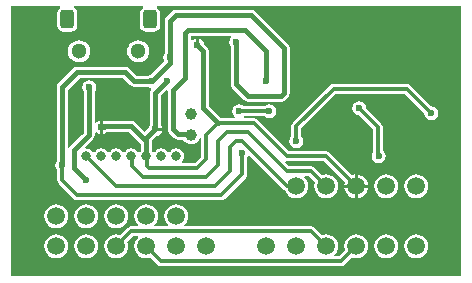
<source format=gbl>
G04*
G04 #@! TF.GenerationSoftware,Altium Limited,Altium Designer,20.2.7 (254)*
G04*
G04 Layer_Physical_Order=2*
G04 Layer_Color=16711680*
%FSLAX44Y44*%
%MOMM*%
G71*
G04*
G04 #@! TF.SameCoordinates,A1B70DDC-6B92-404E-A971-D8F3348E60A3*
G04*
G04*
G04 #@! TF.FilePolarity,Positive*
G04*
G01*
G75*
%ADD29C,0.4000*%
%ADD30C,1.0000*%
%ADD31C,0.8000*%
%ADD32C,1.5000*%
G04:AMPARAMS|DCode=33|XSize=1.2mm|YSize=1.6mm|CornerRadius=0.3mm|HoleSize=0mm|Usage=FLASHONLY|Rotation=180.000|XOffset=0mm|YOffset=0mm|HoleType=Round|Shape=RoundedRectangle|*
%AMROUNDEDRECTD33*
21,1,1.2000,1.0000,0,0,180.0*
21,1,0.6000,1.6000,0,0,180.0*
1,1,0.6000,-0.3000,0.5000*
1,1,0.6000,0.3000,0.5000*
1,1,0.6000,0.3000,-0.5000*
1,1,0.6000,-0.3000,-0.5000*
%
%ADD33ROUNDEDRECTD33*%
%ADD34C,1.3000*%
%ADD35C,1.4000*%
%ADD36C,0.6000*%
%ADD37C,0.3000*%
G36*
X381000Y0D02*
X0D01*
Y228600D01*
X41272D01*
X41657Y227330D01*
X40406Y226494D01*
X39181Y224662D01*
X38751Y222500D01*
Y212500D01*
X39181Y210338D01*
X40406Y208506D01*
X42238Y207281D01*
X44400Y206852D01*
X50400D01*
X52562Y207281D01*
X54394Y208506D01*
X55619Y210338D01*
X56048Y212500D01*
Y222500D01*
X55619Y224662D01*
X54394Y226494D01*
X53143Y227330D01*
X53528Y228600D01*
X111272D01*
X111657Y227330D01*
X110406Y226494D01*
X109181Y224662D01*
X108751Y222500D01*
Y212500D01*
X109181Y210338D01*
X110406Y208506D01*
X112238Y207281D01*
X114400Y206852D01*
X120400D01*
X122562Y207281D01*
X124394Y208506D01*
X125619Y210338D01*
X126048Y212500D01*
Y222500D01*
X125619Y224662D01*
X124394Y226494D01*
X123143Y227330D01*
X123528Y228600D01*
X381000D01*
Y0D01*
D02*
G37*
%LPC*%
G36*
X203200Y225609D02*
X203200Y225609D01*
X139700D01*
X139700Y225609D01*
X137929Y225257D01*
X136427Y224253D01*
X136427Y224253D01*
X131347Y219173D01*
X130343Y217671D01*
X129991Y215900D01*
X129991Y215900D01*
Y188914D01*
X129166Y187679D01*
X128717Y185420D01*
X129166Y183161D01*
X129858Y182125D01*
X118577Y170844D01*
X117121Y170554D01*
X115886Y169729D01*
X106058D01*
X99793Y175993D01*
X98292Y176997D01*
X96520Y177349D01*
X96520Y177349D01*
X55880D01*
X55880Y177349D01*
X54109Y176997D01*
X52607Y175993D01*
X52607Y175993D01*
X39907Y163293D01*
X38903Y161791D01*
X38551Y160020D01*
X38551Y160020D01*
Y97474D01*
X37726Y96239D01*
X37277Y93980D01*
X37726Y91721D01*
X39006Y89806D01*
X39061Y89769D01*
Y81280D01*
X39374Y79704D01*
X40267Y78367D01*
X52967Y65667D01*
X54304Y64774D01*
X55880Y64461D01*
X177800D01*
X179376Y64774D01*
X180713Y65667D01*
X198493Y83447D01*
X199386Y84784D01*
X199699Y86360D01*
Y99929D01*
X199754Y99966D01*
X200831Y101577D01*
X202246Y101958D01*
X230917Y73287D01*
X231916Y72620D01*
X232530Y71137D01*
X234139Y69039D01*
X236237Y67430D01*
X238679Y66418D01*
X241300Y66073D01*
X243921Y66418D01*
X246363Y67430D01*
X248461Y69039D01*
X250070Y71137D01*
X251082Y73579D01*
X251427Y76200D01*
X251082Y78821D01*
X250070Y81263D01*
X248461Y83361D01*
X248177Y83578D01*
X248585Y84781D01*
X252294D01*
X257309Y79765D01*
X256918Y78821D01*
X256573Y76200D01*
X256918Y73579D01*
X257930Y71137D01*
X259539Y69039D01*
X261637Y67430D01*
X264079Y66418D01*
X266700Y66073D01*
X269321Y66418D01*
X271763Y67430D01*
X273861Y69039D01*
X275470Y71137D01*
X276482Y73579D01*
X276827Y76200D01*
X276482Y78821D01*
X275470Y81263D01*
X273861Y83361D01*
X271763Y84970D01*
X269321Y85982D01*
X266700Y86327D01*
X264079Y85982D01*
X263135Y85590D01*
X256913Y91813D01*
X255576Y92706D01*
X254000Y93019D01*
X235386D01*
X231857Y96549D01*
X232482Y97719D01*
X233680Y97481D01*
X264994D01*
X282710Y79765D01*
X282318Y78821D01*
X282141Y77470D01*
X290830D01*
Y86159D01*
X289479Y85982D01*
X288535Y85590D01*
X269613Y104513D01*
X268276Y105406D01*
X266700Y105719D01*
X235386D01*
X208653Y132453D01*
X207316Y133346D01*
X205740Y133659D01*
X197042D01*
X196636Y134900D01*
X197305Y135581D01*
X214229D01*
X214266Y135526D01*
X216181Y134246D01*
X218440Y133797D01*
X220699Y134246D01*
X222614Y135526D01*
X223894Y137441D01*
X224343Y139700D01*
X223894Y141959D01*
X222614Y143874D01*
X220699Y145154D01*
X218440Y145603D01*
X216181Y145154D01*
X214266Y143874D01*
X214229Y143819D01*
X197251D01*
X197214Y143874D01*
X195299Y145154D01*
X193040Y145603D01*
X190781Y145154D01*
X188866Y143874D01*
X187586Y141959D01*
X187137Y139700D01*
X187586Y137441D01*
X188866Y135526D01*
X189758Y134929D01*
X189373Y133659D01*
X177687D01*
X167189Y144157D01*
Y190697D01*
X167189Y190697D01*
X166837Y192468D01*
X165833Y193970D01*
X165833Y193970D01*
X163175Y196628D01*
X162934Y197839D01*
X161654Y199754D01*
X159739Y201034D01*
X158750Y201231D01*
Y195580D01*
X156210D01*
Y201231D01*
X155221Y201034D01*
X153306Y199754D01*
X153219Y199625D01*
X151949Y200010D01*
Y203651D01*
X186070D01*
X186455Y202381D01*
X186326Y202294D01*
X185046Y200379D01*
X184597Y198120D01*
X185046Y195861D01*
X185871Y194626D01*
Y162560D01*
X185871Y162560D01*
X186223Y160789D01*
X187227Y159287D01*
X197387Y149127D01*
X197387Y149127D01*
X198889Y148123D01*
X200660Y147771D01*
X228797D01*
X228797Y147771D01*
X230568Y148123D01*
X232070Y149127D01*
X234413Y151470D01*
X234413Y151470D01*
X235417Y152972D01*
X235769Y154743D01*
Y193040D01*
X235769Y193040D01*
X235417Y194811D01*
X234413Y196313D01*
X234413Y196313D01*
X206473Y224253D01*
X204971Y225257D01*
X203200Y225609D01*
D02*
G37*
G36*
X107400Y199870D02*
X104975Y199551D01*
X102715Y198615D01*
X100774Y197126D01*
X99285Y195185D01*
X98349Y192925D01*
X98030Y190500D01*
X98349Y188075D01*
X99285Y185815D01*
X100774Y183874D01*
X102715Y182385D01*
X104975Y181449D01*
X107400Y181130D01*
X109825Y181449D01*
X112085Y182385D01*
X114026Y183874D01*
X115515Y185815D01*
X116451Y188075D01*
X116770Y190500D01*
X116451Y192925D01*
X115515Y195185D01*
X114026Y197126D01*
X112085Y198615D01*
X109825Y199551D01*
X107400Y199870D01*
D02*
G37*
G36*
X57400D02*
X54975Y199551D01*
X52715Y198615D01*
X50774Y197126D01*
X49285Y195185D01*
X48349Y192925D01*
X48030Y190500D01*
X48349Y188075D01*
X49285Y185815D01*
X50774Y183874D01*
X52715Y182385D01*
X54975Y181449D01*
X57400Y181130D01*
X59825Y181449D01*
X62085Y182385D01*
X64026Y183874D01*
X65515Y185815D01*
X66451Y188075D01*
X66770Y190500D01*
X66451Y192925D01*
X65515Y195185D01*
X64026Y197126D01*
X62085Y198615D01*
X59825Y199551D01*
X57400Y199870D01*
D02*
G37*
G36*
X335007Y162869D02*
X273050D01*
X271474Y162556D01*
X270137Y161663D01*
X238387Y129913D01*
X237494Y128576D01*
X237181Y127000D01*
Y118511D01*
X237126Y118474D01*
X235846Y116559D01*
X235397Y114300D01*
X235846Y112041D01*
X237126Y110126D01*
X239041Y108846D01*
X241300Y108397D01*
X243559Y108846D01*
X245474Y110126D01*
X246754Y112041D01*
X247203Y114300D01*
X246754Y116559D01*
X245474Y118474D01*
X245419Y118511D01*
Y125294D01*
X274756Y154631D01*
X333301D01*
X349710Y138222D01*
X349697Y138157D01*
X350146Y135898D01*
X351426Y133982D01*
X353341Y132703D01*
X355600Y132253D01*
X357859Y132703D01*
X359774Y133982D01*
X361054Y135898D01*
X361503Y138157D01*
X361054Y140416D01*
X359774Y142331D01*
X357859Y143611D01*
X355600Y144060D01*
X355535Y144047D01*
X337920Y161663D01*
X336583Y162556D01*
X335007Y162869D01*
D02*
G37*
G36*
X294640Y148143D02*
X292381Y147694D01*
X290466Y146414D01*
X289186Y144499D01*
X288737Y142240D01*
X289186Y139981D01*
X290466Y138066D01*
X292381Y136786D01*
X294640Y136337D01*
X294705Y136349D01*
X306361Y124693D01*
Y104855D01*
X305696Y103859D01*
X305247Y101600D01*
X305696Y99341D01*
X306976Y97426D01*
X308891Y96146D01*
X311150Y95697D01*
X313409Y96146D01*
X315324Y97426D01*
X316604Y99341D01*
X317053Y101600D01*
X316604Y103859D01*
X315324Y105774D01*
X314599Y106259D01*
Y126400D01*
X314286Y127976D01*
X313393Y129312D01*
X300530Y142175D01*
X300543Y142240D01*
X300094Y144499D01*
X298814Y146414D01*
X296899Y147694D01*
X294640Y148143D01*
D02*
G37*
G36*
X293370Y86159D02*
Y77470D01*
X302059D01*
X301882Y78821D01*
X300870Y81263D01*
X299261Y83361D01*
X297163Y84970D01*
X294721Y85982D01*
X293370Y86159D01*
D02*
G37*
G36*
X302059Y74930D02*
X293370D01*
Y66241D01*
X294721Y66418D01*
X297163Y67430D01*
X299261Y69039D01*
X300870Y71137D01*
X301882Y73579D01*
X302059Y74930D01*
D02*
G37*
G36*
X290830D02*
X282141D01*
X282318Y73579D01*
X283330Y71137D01*
X284939Y69039D01*
X287037Y67430D01*
X289479Y66418D01*
X290830Y66241D01*
Y74930D01*
D02*
G37*
G36*
X342900Y86327D02*
X340279Y85982D01*
X337837Y84970D01*
X335739Y83361D01*
X334130Y81263D01*
X333118Y78821D01*
X332773Y76200D01*
X333118Y73579D01*
X334130Y71137D01*
X335739Y69039D01*
X337837Y67430D01*
X340279Y66418D01*
X342900Y66073D01*
X345521Y66418D01*
X347963Y67430D01*
X350061Y69039D01*
X351670Y71137D01*
X352682Y73579D01*
X353027Y76200D01*
X352682Y78821D01*
X351670Y81263D01*
X350061Y83361D01*
X347963Y84970D01*
X345521Y85982D01*
X342900Y86327D01*
D02*
G37*
G36*
X317500D02*
X314879Y85982D01*
X312437Y84970D01*
X310339Y83361D01*
X308730Y81263D01*
X307718Y78821D01*
X307373Y76200D01*
X307718Y73579D01*
X308730Y71137D01*
X310339Y69039D01*
X312437Y67430D01*
X314879Y66418D01*
X317500Y66073D01*
X320121Y66418D01*
X322563Y67430D01*
X324661Y69039D01*
X326270Y71137D01*
X327282Y73579D01*
X327627Y76200D01*
X327282Y78821D01*
X326270Y81263D01*
X324661Y83361D01*
X322563Y84970D01*
X320121Y85982D01*
X317500Y86327D01*
D02*
G37*
G36*
X139700Y60927D02*
X137079Y60582D01*
X134637Y59570D01*
X132539Y57961D01*
X130930Y55863D01*
X129918Y53421D01*
X129573Y50800D01*
X129918Y48179D01*
X130930Y45737D01*
X132539Y43639D01*
X132823Y43422D01*
X132415Y42219D01*
X121585D01*
X121177Y43422D01*
X121461Y43639D01*
X123070Y45737D01*
X124082Y48179D01*
X124427Y50800D01*
X124082Y53421D01*
X123070Y55863D01*
X121461Y57961D01*
X119363Y59570D01*
X116921Y60582D01*
X114300Y60927D01*
X111679Y60582D01*
X109237Y59570D01*
X107139Y57961D01*
X105530Y55863D01*
X104518Y53421D01*
X104173Y50800D01*
X104518Y48179D01*
X105530Y45737D01*
X107139Y43639D01*
X107423Y43422D01*
X107015Y42219D01*
X101600D01*
X100024Y41906D01*
X98687Y41013D01*
X92465Y34790D01*
X91521Y35182D01*
X88900Y35527D01*
X86279Y35182D01*
X83837Y34170D01*
X81739Y32561D01*
X80130Y30463D01*
X79118Y28021D01*
X78773Y25400D01*
X79118Y22779D01*
X80130Y20337D01*
X81739Y18239D01*
X83837Y16630D01*
X86279Y15618D01*
X88900Y15273D01*
X91521Y15618D01*
X93963Y16630D01*
X96061Y18239D01*
X97670Y20337D01*
X98682Y22779D01*
X99027Y25400D01*
X98682Y28021D01*
X98291Y28965D01*
X103306Y33981D01*
X107015D01*
X107423Y32778D01*
X107139Y32561D01*
X105530Y30463D01*
X104518Y28021D01*
X104173Y25400D01*
X104518Y22779D01*
X105530Y20337D01*
X107139Y18239D01*
X109237Y16630D01*
X111679Y15618D01*
X114300Y15273D01*
X116921Y15618D01*
X117865Y16010D01*
X124087Y9787D01*
X125424Y8894D01*
X127000Y8581D01*
X279400D01*
X280976Y8894D01*
X282313Y9787D01*
X288535Y16010D01*
X289479Y15618D01*
X292100Y15273D01*
X294721Y15618D01*
X297163Y16630D01*
X299261Y18239D01*
X300870Y20337D01*
X301882Y22779D01*
X302227Y25400D01*
X301882Y28021D01*
X300870Y30463D01*
X299261Y32561D01*
X297163Y34170D01*
X294721Y35182D01*
X292100Y35527D01*
X289479Y35182D01*
X287037Y34170D01*
X284939Y32561D01*
X283330Y30463D01*
X282318Y28021D01*
X281973Y25400D01*
X282318Y22779D01*
X282710Y21835D01*
X277694Y16819D01*
X273985D01*
X273577Y18022D01*
X273861Y18239D01*
X275470Y20337D01*
X276482Y22779D01*
X276827Y25400D01*
X276482Y28021D01*
X275470Y30463D01*
X273861Y32561D01*
X271763Y34170D01*
X269321Y35182D01*
X266700Y35527D01*
X264079Y35182D01*
X263135Y34790D01*
X256913Y41013D01*
X255576Y41906D01*
X254000Y42219D01*
X146985D01*
X146577Y43422D01*
X146861Y43639D01*
X148470Y45737D01*
X149482Y48179D01*
X149827Y50800D01*
X149482Y53421D01*
X148470Y55863D01*
X146861Y57961D01*
X144763Y59570D01*
X142321Y60582D01*
X139700Y60927D01*
D02*
G37*
G36*
X88900D02*
X86279Y60582D01*
X83837Y59570D01*
X81739Y57961D01*
X80130Y55863D01*
X79118Y53421D01*
X78773Y50800D01*
X79118Y48179D01*
X80130Y45737D01*
X81739Y43639D01*
X83837Y42030D01*
X86279Y41018D01*
X88900Y40673D01*
X91521Y41018D01*
X93963Y42030D01*
X96061Y43639D01*
X97670Y45737D01*
X98682Y48179D01*
X99027Y50800D01*
X98682Y53421D01*
X97670Y55863D01*
X96061Y57961D01*
X93963Y59570D01*
X91521Y60582D01*
X88900Y60927D01*
D02*
G37*
G36*
X63500D02*
X60879Y60582D01*
X58437Y59570D01*
X56339Y57961D01*
X54730Y55863D01*
X53718Y53421D01*
X53373Y50800D01*
X53718Y48179D01*
X54730Y45737D01*
X56339Y43639D01*
X58437Y42030D01*
X60879Y41018D01*
X63500Y40673D01*
X66121Y41018D01*
X68563Y42030D01*
X70661Y43639D01*
X72270Y45737D01*
X73282Y48179D01*
X73627Y50800D01*
X73282Y53421D01*
X72270Y55863D01*
X70661Y57961D01*
X68563Y59570D01*
X66121Y60582D01*
X63500Y60927D01*
D02*
G37*
G36*
X38100D02*
X35479Y60582D01*
X33037Y59570D01*
X30939Y57961D01*
X29330Y55863D01*
X28318Y53421D01*
X27973Y50800D01*
X28318Y48179D01*
X29330Y45737D01*
X30939Y43639D01*
X33037Y42030D01*
X35479Y41018D01*
X38100Y40673D01*
X40721Y41018D01*
X43163Y42030D01*
X45261Y43639D01*
X46870Y45737D01*
X47882Y48179D01*
X48227Y50800D01*
X47882Y53421D01*
X46870Y55863D01*
X45261Y57961D01*
X43163Y59570D01*
X40721Y60582D01*
X38100Y60927D01*
D02*
G37*
G36*
X342900Y35527D02*
X340279Y35182D01*
X337837Y34170D01*
X335739Y32561D01*
X334130Y30463D01*
X333118Y28021D01*
X332773Y25400D01*
X333118Y22779D01*
X334130Y20337D01*
X335739Y18239D01*
X337837Y16630D01*
X340279Y15618D01*
X342900Y15273D01*
X345521Y15618D01*
X347963Y16630D01*
X350061Y18239D01*
X351670Y20337D01*
X352682Y22779D01*
X353027Y25400D01*
X352682Y28021D01*
X351670Y30463D01*
X350061Y32561D01*
X347963Y34170D01*
X345521Y35182D01*
X342900Y35527D01*
D02*
G37*
G36*
X317500D02*
X314879Y35182D01*
X312437Y34170D01*
X310339Y32561D01*
X308730Y30463D01*
X307718Y28021D01*
X307373Y25400D01*
X307718Y22779D01*
X308730Y20337D01*
X310339Y18239D01*
X312437Y16630D01*
X314879Y15618D01*
X317500Y15273D01*
X320121Y15618D01*
X322563Y16630D01*
X324661Y18239D01*
X326270Y20337D01*
X327282Y22779D01*
X327627Y25400D01*
X327282Y28021D01*
X326270Y30463D01*
X324661Y32561D01*
X322563Y34170D01*
X320121Y35182D01*
X317500Y35527D01*
D02*
G37*
G36*
X63500D02*
X60879Y35182D01*
X58437Y34170D01*
X56339Y32561D01*
X54730Y30463D01*
X53718Y28021D01*
X53373Y25400D01*
X53718Y22779D01*
X54730Y20337D01*
X56339Y18239D01*
X58437Y16630D01*
X60879Y15618D01*
X63500Y15273D01*
X66121Y15618D01*
X68563Y16630D01*
X70661Y18239D01*
X72270Y20337D01*
X73282Y22779D01*
X73627Y25400D01*
X73282Y28021D01*
X72270Y30463D01*
X70661Y32561D01*
X68563Y34170D01*
X66121Y35182D01*
X63500Y35527D01*
D02*
G37*
G36*
X38100D02*
X35479Y35182D01*
X33037Y34170D01*
X30939Y32561D01*
X29330Y30463D01*
X28318Y28021D01*
X27973Y25400D01*
X28318Y22779D01*
X29330Y20337D01*
X30939Y18239D01*
X33037Y16630D01*
X35479Y15618D01*
X38100Y15273D01*
X40721Y15618D01*
X43163Y16630D01*
X45261Y18239D01*
X46870Y20337D01*
X47882Y22779D01*
X48227Y25400D01*
X47882Y28021D01*
X46870Y30463D01*
X45261Y32561D01*
X43163Y34170D01*
X40721Y35182D01*
X38100Y35527D01*
D02*
G37*
%LPD*%
G36*
X100867Y161827D02*
X102369Y160823D01*
X104140Y160471D01*
X104140Y160471D01*
X115886D01*
X117121Y159646D01*
X118091Y159453D01*
X118450Y158652D01*
X118549Y158067D01*
X117643Y156711D01*
X117291Y154940D01*
X117291Y154940D01*
Y127954D01*
X116466Y126719D01*
X116176Y125262D01*
X113030Y122116D01*
X104873Y130273D01*
X103371Y131277D01*
X101600Y131629D01*
X101600Y131629D01*
X78878D01*
X78878Y131629D01*
X78455Y131545D01*
X77470Y131741D01*
Y126090D01*
Y120439D01*
X78459Y120636D01*
X80374Y121916D01*
X80679Y122371D01*
X99683D01*
X109671Y112383D01*
Y106292D01*
X109636Y106264D01*
X108652Y104983D01*
X107971Y104893D01*
X107929D01*
X107248Y104983D01*
X106264Y106264D01*
X104898Y107313D01*
X103307Y107972D01*
X101600Y108196D01*
X99893Y107972D01*
X98302Y107313D01*
X96936Y106264D01*
X95952Y104983D01*
X95271Y104893D01*
X95230D01*
X94548Y104983D01*
X93564Y106264D01*
X92198Y107313D01*
X90607Y107972D01*
X88900Y108196D01*
X87193Y107972D01*
X85602Y107313D01*
X84236Y106264D01*
X83252Y104983D01*
X82570Y104893D01*
X82529D01*
X81848Y104983D01*
X80864Y106264D01*
X79498Y107313D01*
X77907Y107972D01*
X76200Y108196D01*
X74493Y107972D01*
X72902Y107313D01*
X71536Y106264D01*
X70552Y104983D01*
X69871Y104893D01*
X69830D01*
X69148Y104983D01*
X68164Y106264D01*
X66798Y107313D01*
X65207Y107972D01*
X63500Y108196D01*
X63153Y108151D01*
X62560Y109354D01*
X66576Y113370D01*
X66576Y113370D01*
X69313Y116107D01*
X69313Y116107D01*
X70317Y117609D01*
X70669Y119380D01*
X70669Y119380D01*
Y121660D01*
X71939Y122045D01*
X72026Y121916D01*
X73941Y120636D01*
X74930Y120439D01*
Y126090D01*
Y131741D01*
X73941Y131544D01*
X72026Y130264D01*
X71939Y130135D01*
X70669Y130520D01*
Y156526D01*
X71494Y157761D01*
X71943Y160020D01*
X71494Y162279D01*
X70214Y164194D01*
X68299Y165474D01*
X66040Y165923D01*
X63781Y165474D01*
X61866Y164194D01*
X60586Y162279D01*
X60137Y160020D01*
X60586Y157761D01*
X61411Y156526D01*
Y121297D01*
X60030Y119916D01*
X60030Y119916D01*
X60030Y119916D01*
X50067Y109953D01*
X49063Y108451D01*
X47809Y108655D01*
Y158103D01*
X57797Y168091D01*
X94603D01*
X100867Y161827D01*
D02*
G37*
G36*
X131879Y157631D02*
X132531Y157209D01*
Y124460D01*
X132531Y124460D01*
X132883Y122689D01*
X133887Y121187D01*
X138127Y116947D01*
X138127Y116947D01*
X139629Y115943D01*
X141400Y115591D01*
X145808D01*
X145814Y115577D01*
X147022Y114002D01*
X148597Y112794D01*
X150432Y112034D01*
X152400Y111775D01*
X154368Y112034D01*
X156202Y112794D01*
X157778Y114002D01*
X158986Y115577D01*
X159746Y117412D01*
X160981Y117204D01*
Y100766D01*
X155774Y95559D01*
X144657D01*
X144226Y96829D01*
X144364Y96936D01*
X145413Y98302D01*
X146072Y99893D01*
X146296Y101600D01*
X146072Y103307D01*
X145413Y104898D01*
X144364Y106264D01*
X142998Y107313D01*
X141407Y107972D01*
X139700Y108196D01*
X137993Y107972D01*
X136402Y107313D01*
X135036Y106264D01*
X134052Y104983D01*
X133371Y104893D01*
X133329D01*
X132648Y104983D01*
X131664Y106264D01*
X130298Y107313D01*
X128707Y107972D01*
X127000Y108196D01*
X125293Y107972D01*
X123702Y107313D01*
X122336Y106264D01*
X121352Y104983D01*
X120670Y104893D01*
X120630D01*
X119948Y104983D01*
X118964Y106264D01*
X118929Y106292D01*
Y114300D01*
X118929Y114300D01*
X118929Y114300D01*
Y114923D01*
X122723Y118716D01*
X124179Y119006D01*
X126094Y120286D01*
X127374Y122201D01*
X127571Y123190D01*
X121920D01*
Y125730D01*
X127571D01*
X127374Y126719D01*
X126549Y127954D01*
Y153023D01*
X131293Y157767D01*
X131879Y157631D01*
D02*
G37*
D29*
X53340Y91440D02*
X63500Y81280D01*
X53340Y91440D02*
Y106680D01*
X43180Y160020D02*
X55880Y172720D01*
X43180Y93980D02*
Y160020D01*
X63303Y116643D02*
X63303D01*
X66040Y119380D02*
Y160020D01*
X63303Y116643D02*
X66040Y119380D01*
X53340Y106680D02*
X63303Y116643D01*
X121920Y154940D02*
X132080Y165100D01*
X121920Y124460D02*
Y154940D01*
X151560Y120220D02*
X152400Y119380D01*
X141400Y120220D02*
X151560D01*
X137160Y124460D02*
Y157480D01*
Y124460D02*
X141400Y120220D01*
X137160Y157480D02*
X147320Y167640D01*
X200660Y152400D02*
X228797D01*
X203200Y220980D02*
X231140Y193040D01*
Y154743D02*
Y193040D01*
X228797Y152400D02*
X231140Y154743D01*
X134620Y185420D02*
Y215900D01*
X139700Y220980D02*
X203200D01*
X134620Y215900D02*
X139700Y220980D01*
X198120Y208280D02*
X215900Y190500D01*
Y165100D02*
Y190500D01*
X147320Y205937D02*
X149663Y208280D01*
X147320Y167640D02*
Y205937D01*
X149663Y208280D02*
X198120D01*
X190500Y162560D02*
Y198120D01*
Y162560D02*
X200660Y152400D01*
X157480Y195580D02*
X157677D01*
X162560Y190697D01*
X114300Y116840D02*
X121920Y124460D01*
X114300Y114300D02*
Y116840D01*
X101600Y127000D02*
X114300Y114300D01*
X78878Y127000D02*
X101600D01*
X76200Y126090D02*
X76678Y126568D01*
X78446D02*
X78878Y127000D01*
X76678Y126568D02*
X78446D01*
X55880Y172720D02*
X96520D01*
X104140Y165100D02*
X119380D01*
X96520Y172720D02*
X104140Y165100D01*
X134620Y180340D02*
Y185420D01*
X119380Y165100D02*
X134620Y180340D01*
X162560Y142240D02*
Y190697D01*
Y142240D02*
X175260Y129540D01*
X114300Y101600D02*
Y114300D01*
D30*
X152400Y119380D02*
D03*
Y137160D02*
D03*
D31*
X139700Y101600D02*
D03*
X127000D02*
D03*
X114300D02*
D03*
X101600D02*
D03*
X88900D02*
D03*
X76200D02*
D03*
X63500D02*
D03*
D32*
X342900Y76200D02*
D03*
X317500D02*
D03*
X292100D02*
D03*
X266700D02*
D03*
X241300D02*
D03*
X139700Y50800D02*
D03*
X114300D02*
D03*
X88900D02*
D03*
X63500D02*
D03*
X38100D02*
D03*
X342900Y25400D02*
D03*
X317500D02*
D03*
X292100D02*
D03*
X266700D02*
D03*
X241300D02*
D03*
X215900D02*
D03*
X165100D02*
D03*
X139700D02*
D03*
X114300D02*
D03*
X88900D02*
D03*
X63500D02*
D03*
X38100D02*
D03*
D33*
X47400Y217500D02*
D03*
X117400D02*
D03*
D34*
X107400Y190500D02*
D03*
X57400D02*
D03*
D35*
X12700Y209550D02*
D03*
X368300D02*
D03*
D36*
X193040Y139700D02*
D03*
X43180Y93980D02*
D03*
X63500Y81280D02*
D03*
X132080Y165100D02*
D03*
X190500Y198120D02*
D03*
X218440Y139700D02*
D03*
X215900Y165100D02*
D03*
X121920Y124460D02*
D03*
X76200Y126090D02*
D03*
X66040Y160020D02*
D03*
X134620Y185420D02*
D03*
X119380Y165100D02*
D03*
X157480Y195580D02*
D03*
X294640Y142240D02*
D03*
X195580Y104140D02*
D03*
X311150Y101600D02*
D03*
X241300Y114300D02*
D03*
X355600Y138157D02*
D03*
D37*
X310480Y101600D02*
Y126400D01*
X55880Y68580D02*
X177800D01*
X43180Y81280D02*
Y93980D01*
Y81280D02*
X55880Y68580D01*
X193040Y139700D02*
X218440D01*
X294703Y142177D02*
X310480Y126400D01*
X195730Y114300D02*
X233830Y76200D01*
X241300D01*
X182880Y121920D02*
X200660D01*
X233680Y88900D02*
X254000D01*
X200660Y121920D02*
X233680Y88900D01*
X165100Y83820D02*
X175260Y93980D01*
Y114300D02*
X182880Y121920D01*
X175260Y93980D02*
Y114300D01*
X102290Y93290D02*
X111760Y83820D01*
X165100D01*
X88900Y76200D02*
X172720D01*
X63500Y101600D02*
X88900Y76200D01*
X172720D02*
X185420Y88900D01*
X177800Y68580D02*
X195580Y86360D01*
X190500Y114300D02*
X195730D01*
X195580Y86360D02*
Y104140D01*
X185420Y109220D02*
X190500Y114300D01*
X185420Y88900D02*
Y109220D01*
X165100Y119380D02*
X175260Y129540D01*
X205740D02*
X233680Y101600D01*
X175260Y129540D02*
X205740D01*
X254000Y88900D02*
X266700Y76200D01*
Y101600D02*
X292100Y76200D01*
X233680Y101600D02*
X266700D01*
X114990Y93290D02*
Y100910D01*
X116840Y91440D02*
X157480D01*
X114300Y101600D02*
X114990Y100910D01*
Y93290D02*
X116840Y91440D01*
X157480D02*
X165100Y99060D01*
X101600Y101600D02*
X102290Y100910D01*
Y93290D02*
Y100910D01*
X165100Y99060D02*
Y119380D01*
X335007Y158750D02*
X355600Y138157D01*
X273050Y158750D02*
X335007D01*
X241300Y114300D02*
Y127000D01*
X273050Y158750D01*
X279400Y12700D02*
X292100Y25400D01*
X127000Y12700D02*
X279400D01*
X114300Y25400D02*
X127000Y12700D01*
X254000Y38100D02*
X266700Y25400D01*
X101600Y38100D02*
X254000D01*
X88900Y25400D02*
X101600Y38100D01*
M02*

</source>
